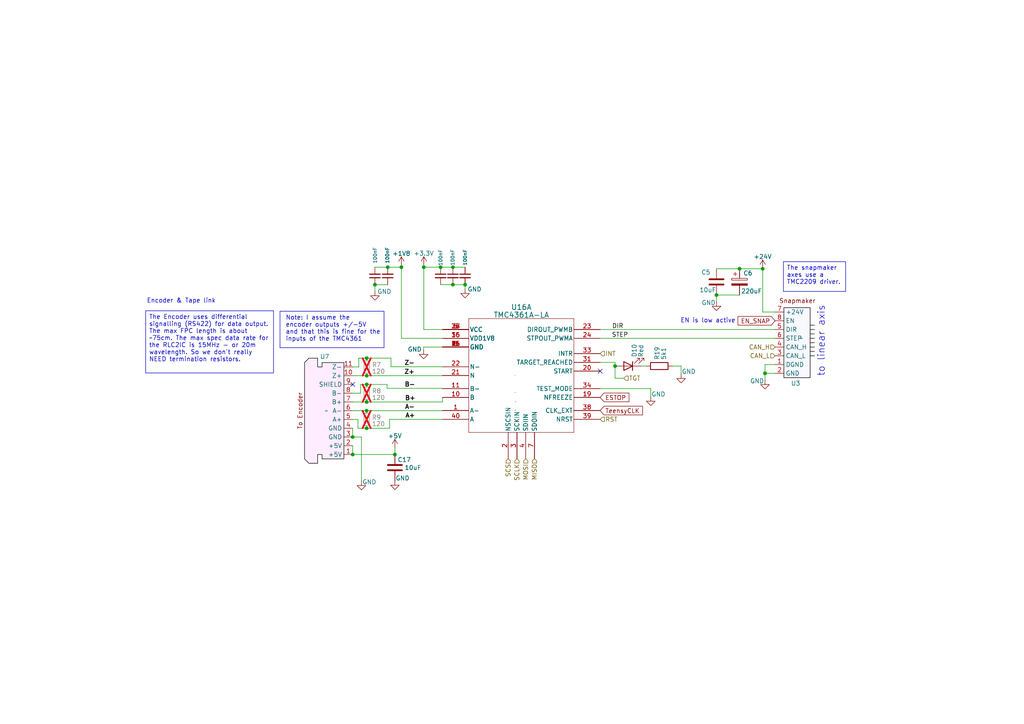
<source format=kicad_sch>
(kicad_sch (version 20230121) (generator eeschema)
  (paper "A4")
  (lib_symbols
    (symbol "Device:C" (pin_numbers hide) (pin_names (offset 0.254))
      (property "Reference" "C" (at 0.635 2.54 0))
      (property "Value" "C" (at 0.635 -2.54 0))
      (symbol "C_0_1"
        (polyline (pts (xy -2.032 -0.762) (xy 2.032 -0.762)) (stroke (width 0.508)))
        (polyline (pts (xy -2.032 0.762) (xy 2.032 0.762)) (stroke (width 0.508)))
      )
      (symbol "C_1_1"
        (pin passive line (at 0 3.81 270) (length 2.794) (name "~") (number "1"))
        (pin passive line (at 0 -3.81 90) (length 2.794) (name "~") (number "2"))
      )
    )
    (symbol "Device:C_Polarized" (pin_numbers hide) (pin_names (offset 0.254))
      (property "Reference" "C" (at 0.635 2.54 0))
      (property "Value" "C_Polarized" (at 0.635 -2.54 0))
      (symbol "C_Polarized_0_1"
        (rectangle (start -2.286 0.508) (end 2.286 1.016))
        (polyline (pts (xy -1.778 2.286) (xy -0.762 2.286)))
        (polyline (pts (xy -1.27 2.794) (xy -1.27 1.778)))
        (rectangle (start 2.286 -0.508) (end -2.286 -1.016) (fill (type outline)))
      )
      (symbol "C_Polarized_1_1"
        (pin passive line (at 0 3.81 270) (length 2.794) (name "~") (number "1"))
        (pin passive line (at 0 -3.81 90) (length 2.794) (name "~") (number "2"))
      )
    )
    (symbol "Device:C_Small" (pin_numbers hide) (pin_names (offset 0.254) hide)
      (property "Reference" "C" (at 0.254 1.778 0))
      (property "Value" "C_Small" (at 0.254 -2.032 0))
      (symbol "C_Small_0_1"
        (polyline (pts (xy -1.524 -0.508) (xy 1.524 -0.508)) (stroke (width 0.3302)))
        (polyline (pts (xy -1.524 0.508) (xy 1.524 0.508)) (stroke (width 0.3048)))
      )
      (symbol "C_Small_1_1"
        (pin passive line (at 0 2.54 270) (length 2.032) (name "~") (number "1"))
        (pin passive line (at 0 -2.54 90) (length 2.032) (name "~") (number "2"))
      )
    )
    (symbol "Device:LED" (pin_numbers hide) (pin_names (offset 1.016) hide)
      (property "Reference" "D" (at 0 2.54 0))
      (property "Value" "LED" (at 0 -2.54 0))
      (symbol "LED_0_1"
        (polyline (pts (xy -1.27 -1.27) (xy -1.27 1.27)) (stroke (width 0.254)))
        (polyline (pts (xy -1.27 0) (xy 1.27 0)))
        (polyline (pts (xy 1.27 -1.27) (xy 1.27 1.27) (xy -1.27 0) (xy 1.27 -1.27)) (stroke (width 0.254)))
        (polyline (pts (xy -3.048 -0.762) (xy -4.572 -2.286) (xy -3.81 -2.286) (xy -4.572 -2.286) (xy -4.572 -1.524)))
        (polyline (pts (xy -1.778 -0.762) (xy -3.302 -2.286) (xy -2.54 -2.286) (xy -3.302 -2.286) (xy -3.302 -1.524)))
      )
      (symbol "LED_1_1"
        (pin passive line (at -3.81 0 0) (length 2.54) (name "K") (number "1"))
        (pin passive line (at 3.81 0 180) (length 2.54) (name "A") (number "2"))
      )
    )
    (symbol "Device:R" (pin_numbers hide) (pin_names (offset 0))
      (property "Reference" "R" (at 2.032 0 90))
      (property "Value" "R" (at 0 0 90))
      (symbol "R_0_1"
        (rectangle (start -1.016 -2.54) (end 1.016 2.54) (stroke (width 0.254)))
      )
      (symbol "R_1_1"
        (pin passive line (at 0 3.81 270) (length 1.27) (name "~") (number "1"))
        (pin passive line (at 0 -3.81 90) (length 1.27) (name "~") (number "2"))
      )
    )
    (symbol "Device:R_Small" (pin_numbers hide) (pin_names (offset 0.254) hide)
      (property "Reference" "R" (at 0.762 0.508 0))
      (property "Value" "R_Small" (at 0.762 -1.016 0))
      (symbol "R_Small_0_1"
        (rectangle (start -0.762 1.778) (end 0.762 -1.778) (stroke (width 0.2032)))
      )
      (symbol "R_Small_1_1"
        (pin passive line (at 0 2.54 270) (length 0.762) (name "~") (number "1"))
        (pin passive line (at 0 -2.54 90) (length 0.762) (name "~") (number "2"))
      )
    )
    (symbol "GND_1" (power) (pin_numbers hide) (pin_names (offset 0) hide)
      (property "Value" "GND_1" (at 0 -3.81 0))
      (symbol "GND_1_0_1"
        (polyline (pts (xy 0 0) (xy 0 -1.27) (xy 1.27 -1.27) (xy 0 -2.54) (xy -1.27 -1.27) (xy 0 -1.27)))
      )
      (symbol "GND_1_1_1"
        (pin power_in line (at 0 0 270) (length 0) hide (name "GND") (number "1"))
      )
    )
    (symbol "GND_2" (power) (pin_numbers hide) (pin_names (offset 0) hide)
      (property "Value" "GND_2" (at 0 -3.81 0))
      (symbol "GND_2_0_1"
        (polyline (pts (xy 0 0) (xy 0 -1.27) (xy 1.27 -1.27) (xy 0 -2.54) (xy -1.27 -1.27) (xy 0 -1.27)))
      )
      (symbol "GND_2_1_1"
        (pin power_in line (at 0 0 270) (length 0) hide (name "GND") (number "1"))
      )
    )
    (symbol "GND_3" (power) (pin_numbers hide) (pin_names (offset 0) hide)
      (property "Value" "GND_3" (at 0 -3.81 0))
      (symbol "GND_3_0_1"
        (polyline (pts (xy 0 0) (xy 0 -1.27) (xy 1.27 -1.27) (xy 0 -2.54) (xy -1.27 -1.27) (xy 0 -1.27)))
      )
      (symbol "GND_3_1_1"
        (pin power_in line (at 0 0 270) (length 0) hide (name "GND") (number "1"))
      )
    )
    (symbol "GND_4" (power) (pin_numbers hide) (pin_names (offset 0) hide)
      (property "Value" "GND_4" (at 0 -3.81 0))
      (symbol "GND_4_0_1"
        (polyline (pts (xy 0 0) (xy 0 -1.27) (xy 1.27 -1.27) (xy 0 -2.54) (xy -1.27 -1.27) (xy 0 -1.27)))
      )
      (symbol "GND_4_1_1"
        (pin power_in line (at 0 0 270) (length 0) hide (name "GND") (number "1"))
      )
    )
    (symbol "GND_5" (power) (pin_numbers hide) (pin_names (offset 0) hide)
      (property "Value" "GND_5" (at 0 -3.81 0))
      (symbol "GND_5_0_1"
        (polyline (pts (xy 0 0) (xy 0 -1.27) (xy 1.27 -1.27) (xy 0 -2.54) (xy -1.27 -1.27) (xy 0 -1.27)))
      )
      (symbol "GND_5_1_1"
        (pin power_in line (at 0 0 270) (length 0) hide (name "GND") (number "1"))
      )
    )
    (symbol "medjed-mainboard:Molex_52745-1197"
      (property "Reference" "U" (at 0 0 0))
      (symbol "Molex_52745-1197_1_1"
        (polyline (pts (xy -5.08 13.97) (xy -5.08 -13.97) (xy 1.27 -13.97) (xy 1.27 -12.7) (xy 2.54 -12.7) (xy 2.54 -15.24) (xy 5.08 -15.24) (xy 6.35 -13.97) (xy 6.35 13.97) (xy 5.08 15.24) (xy 2.54 15.24) (xy 2.54 12.7) (xy 1.27 12.7) (xy 1.27 13.97) (xy -5.08 13.97)) (stroke (width 0) (color 0 0 0 1)) (fill (type color) (color 255 202 251 0.37)))
        (text "To Encoder" (at 7.62 0 900) (effects (font (size 1.27 1.27))))
        (pin input line (at -7.62 12.7 0) (length 2.54) (name "+5V") (number "1"))
        (pin input line (at -7.62 -10.16 0) (length 2.54) (name "Z+") (number "10"))
        (pin input line (at -7.62 -12.7 0) (length 2.54) (name "Z-") (number "11"))
        (pin input line (at -7.62 10.16 0) (length 2.54) (name "+5V") (number "2"))
        (pin input line (at -7.62 7.62 0) (length 2.54) (name "GND") (number "3"))
        (pin input line (at -7.62 5.08 0) (length 2.54) (name "GND") (number "4"))
        (pin input line (at -7.62 2.54 0) (length 2.54) (name "A+") (number "5"))
        (pin input line (at -7.62 0 0) (length 2.54) (name "A-") (number "6"))
        (pin input line (at -7.62 -2.54 0) (length 2.54) (name "B+") (number "7"))
        (pin input line (at -7.62 -5.08 0) (length 2.54) (name "B-") (number "8"))
        (pin input line (at -7.62 -7.62 0) (length 2.54) (name "SHIELD") (number "9"))
      )
    )
    (symbol "medjed-mainboard:Snapmaker_8-pin"
      (property "Reference" "U" (at -1.27 10.16 0))
      (symbol "Snapmaker_8-pin_1_1"
        (rectangle (start -5.08 8.89) (end 2.54 -11.43) (stroke (width 0) (color 0 0 0 1)) (fill (type color) (color 90 79 255 0.04)))
        (polyline (pts (xy 2.54 -5.08) (xy 3.81 -5.08)) (stroke (width 0) (color 0 0 0 1)))
        (polyline (pts (xy 2.54 -3.81) (xy 3.81 -3.81)) (stroke (width 0) (color 0 0 0 1)))
        (polyline (pts (xy 2.54 -2.54) (xy 3.81 -2.54)) (stroke (width 0) (color 0 0 0 1)))
        (polyline (pts (xy 2.54 -1.27) (xy 3.81 -1.27)) (stroke (width 0) (color 0 0 0 1)))
        (polyline (pts (xy 2.54 0) (xy 3.81 0)) (stroke (width 0) (color 0 0 0 1)))
        (polyline (pts (xy 2.54 1.27) (xy 3.81 1.27)) (stroke (width 0) (color 0 0 0 1)))
        (polyline (pts (xy 2.54 2.54) (xy 3.81 2.54)) (stroke (width 0) (color 0 0 0 1)))
        (polyline (pts (xy 2.54 3.81) (xy 3.81 3.81)) (stroke (width 0) (color 0 0 0 1)))
        (text "Snapmaker" (at -1.1474 10.8745 0) (effects (font (size 1.27 1.27))))
        (pin input line (at -7.62 -7.62 0) (length 2.54) (name "DGND") (number "1"))
        (pin input line (at -7.62 -10.16 0) (length 2.54) (name "GND") (number "2"))
        (pin input line (at -7.62 -5.08 0) (length 2.54) (name "CAN_L") (number "3"))
        (pin input line (at -7.62 -2.54 0) (length 2.54) (name "CAN_H") (number "4"))
        (pin input line (at -7.62 2.54 0) (length 2.54) (name "DIR") (number "5"))
        (pin input line (at -7.62 0 0) (length 2.54) (name "STEP") (number "6"))
        (pin input line (at -7.62 7.62 0) (length 2.54) (name "+24V") (number "7"))
        (pin input line (at -7.62 5.08 0) (length 2.54) (name "EN") (number "8"))
      )
    )
    (symbol "medjed-mainboard:TMC4361A-LA" (pin_names (offset 0.254))
      (property "Reference" "U" (at 43.18 8.89 0))
      (property "Value" "TMC4361A-LA" (at 43.18 6.35 0))
      (symbol "TMC4361A-LA_1_1"
        (polyline (pts (xy 27.94 -27.94) (xy 58.42 -27.94)) (stroke (width 0.127)))
        (polyline (pts (xy 27.94 5.08) (xy 27.94 -27.94)) (stroke (width 0.127)))
        (polyline (pts (xy 58.42 -27.94) (xy 58.42 5.08)) (stroke (width 0.127)))
        (polyline (pts (xy 58.42 5.08) (xy 27.94 5.08)) (stroke (width 0.127)))
        (pin bidirectional line (at 20.32 -21.59 0) (length 7.62) (name "A-") (number "1"))
        (pin input line (at 20.32 -17.78 0) (length 7.62) (name "B") (number "10"))
        (pin input line (at 20.32 -15.24 0) (length 7.62) (name "B-") (number "11"))
        (pin power_in line (at 20.32 -3.175 0) (length 7.62) (name "GND") (number "15"))
        (pin power_in line (at 20.32 -0.635 0) (length 7.62) (name "VDD1V8") (number "16"))
        (pin input line (at 66.04 -17.78 180) (length 7.62) (name "NFREEZE") (number "19"))
        (pin input line (at 39.37 -35.56 90) (length 7.62) (name "NSCSIN") (number "2"))
        (pin bidirectional line (at 66.04 -10.16 180) (length 7.62) (name "START") (number "20"))
        (pin input line (at 20.32 -11.43 0) (length 7.62) (name "N") (number "21"))
        (pin input line (at 20.32 -8.89 0) (length 7.62) (name "N-") (number "22"))
        (pin output line (at 66.04 1.905 180) (length 7.62) (name "DIROUT_PWMB") (number "23"))
        (pin output line (at 66.04 -0.635 180) (length 7.62) (name "STPOUT_PWMA") (number "24"))
        (pin power_in line (at 20.32 -3.175 0) (length 7.62) (name "GND") (number "25"))
        (pin power_in line (at 20.32 1.905 0) (length 7.62) (name "VCC") (number "26"))
        (pin input line (at 41.91 -35.56 90) (length 7.62) (name "SCKIN") (number "3"))
        (pin output line (at 66.04 -7.62 180) (length 7.62) (name "TARGET_REACHED") (number "31"))
        (pin output line (at 66.04 -5.08 180) (length 7.62) (name "INTR") (number "33"))
        (pin input line (at 66.04 -15.24 180) (length 7.62) (name "TEST_MODE") (number "34"))
        (pin power_in line (at 20.32 -0.635 0) (length 7.62) (name "VDD1V8") (number "35"))
        (pin power_in line (at 20.32 -3.175 0) (length 7.62) (name "GND") (number "36"))
        (pin power_in line (at 20.32 1.905 0) (length 7.62) (name "VCC") (number "37"))
        (pin input line (at 66.04 -21.59 180) (length 7.62) (name "CLK_EXT") (number "38"))
        (pin input line (at 66.04 -24.13 180) (length 7.62) (name "NRST") (number "39"))
        (pin input line (at 44.45 -35.56 90) (length 7.62) (name "SDIIN") (number "4"))
        (pin bidirectional line (at 20.32 -24.13 0) (length 7.62) (name "A") (number "40"))
        (pin power_in line (at 20.32 -3.175 0) (length 7.62) (name "GND") (number "41"))
        (pin power_in line (at 20.32 1.905 0) (length 7.62) (name "VCC") (number "5"))
        (pin power_in line (at 20.32 -3.175 0) (length 7.62) (name "GND") (number "6"))
        (pin output line (at 46.99 -35.56 90) (length 7.62) (name "SDOIN") (number "7"))
      )
      (symbol "TMC4361A-LA_2_1"
        (rectangle (start 34.29 1.27) (end 74.93 -15.24))
        (pin no_connect line (at 57.15 -22.86 90) (length 7.62) (name "ANEG_NSCLK") (number "1"))
        (pin no_connect line (at 59.69 -22.86 90) (length 7.62) (name "BNEG_NSDI") (number "11"))
        (pin no_connect line (at 44.45 -22.86 90) (length 7.62) (name "STOPL") (number "12"))
        (pin no_connect line (at 64.77 -22.86 90) (length 7.62) (name "HOME_REF") (number "13"))
        (pin no_connect line (at 41.91 -22.86 90) (length 7.62) (name "STOPR") (number "14"))
        (pin no_connect line (at 72.39 -22.86 90) (length 7.62) (name "STPIN") (number "17"))
        (pin no_connect line (at 69.85 -22.86 90) (length 7.62) (name "DIRIN") (number "18"))
        (pin no_connect line (at 62.23 -22.86 90) (length 7.62) (name "NNEG") (number "22"))
        (pin no_connect line (at 54.61 -22.86 90) (length 7.62) (name "SDODRV_SCLK") (number "27"))
        (pin no_connect line (at 52.07 -22.86 90) (length 7.62) (name "SDIDRV_NSCLK") (number "28"))
        (pin no_connect line (at 46.99 -22.86 90) (length 7.62) (name "SCKDRV_NSDO") (number "29"))
        (pin no_connect line (at 49.53 -22.86 90) (length 7.62) (name "NSCSDRV_SDO") (number "30"))
        (pin no_connect line (at 67.31 -22.86 90) (length 7.62) (name "STDBY_CLK") (number "32"))
        (pin no_connect line (at 39.37 -22.86 90) (length 7.62) (name "MP1") (number "8"))
        (pin no_connect line (at 36.83 -22.86 90) (length 7.62) (name "MP2") (number "9"))
      )
    )
    (symbol "power:+1V8" (power) (pin_numbers hide) (pin_names (offset 0) hide)
      (property "Value" "+1V8" (at 0 3.556 0))
      (symbol "+1V8_0_1"
        (polyline (pts (xy -0.762 1.27) (xy 0 2.54)))
        (polyline (pts (xy 0 0) (xy 0 2.54)))
        (polyline (pts (xy 0 2.54) (xy 0.762 1.27)))
      )
      (symbol "+1V8_1_1"
        (pin power_in line (at 0 0 90) (length 0) hide (name "+1V8") (number "1"))
      )
    )
    (symbol "power:+24V" (power) (pin_numbers hide) (pin_names (offset 0) hide)
      (property "Value" "+24V" (at 0 3.556 0))
      (symbol "+24V_0_1"
        (polyline (pts (xy -0.762 1.27) (xy 0 2.54)))
        (polyline (pts (xy 0 0) (xy 0 2.54)))
        (polyline (pts (xy 0 2.54) (xy 0.762 1.27)))
      )
      (symbol "+24V_1_1"
        (pin power_in line (at 0 0 90) (length 0) hide (name "+24V") (number "1"))
      )
    )
    (symbol "power:+3.3V" (power) (pin_numbers hide) (pin_names (offset 0) hide)
      (property "Value" "+3.3V" (at 0 3.556 0))
      (symbol "+3.3V_0_1"
        (polyline (pts (xy -0.762 1.27) (xy 0 2.54)))
        (polyline (pts (xy 0 0) (xy 0 2.54)))
        (polyline (pts (xy 0 2.54) (xy 0.762 1.27)))
      )
      (symbol "+3.3V_1_1"
        (pin power_in line (at 0 0 90) (length 0) hide (name "+3.3V") (number "1"))
      )
    )
    (symbol "power:+5V" (power) (pin_numbers hide) (pin_names (offset 0) hide)
      (property "Value" "+5V" (at 0 3.556 0))
      (symbol "+5V_0_1"
        (polyline (pts (xy -0.762 1.27) (xy 0 2.54)))
        (polyline (pts (xy 0 0) (xy 0 2.54)))
        (polyline (pts (xy 0 2.54) (xy 0.762 1.27)))
      )
      (symbol "+5V_1_1"
        (pin power_in line (at 0 0 90) (length 0) hide (name "+5V") (number "1"))
      )
    )
  )
  (junction (at 127.7966 77.4954))
  (junction (at 106.359 108.966))
  (junction (at 106.3403 119.126))
  (junction (at 221.8782 108.2802))
  (junction (at 106.3403 124.206))
  (junction (at 102.295 131.826))
  (junction (at 106.359 103.886))
  (junction (at 106.359 116.586))
  (junction (at 112.455 77.4954))
  (junction (at 102.295 126.746))
  (junction (at 114.5378 131.826))
  (junction (at 131.3648 82.5754))
  (junction (at 221.2178 77.9526))
  (junction (at 108.7466 82.5754))
  (junction (at 178.3934 106.172))
  (junction (at 131.3648 77.4954))
  (junction (at 122.9198 77.4954))
  (junction (at 214.5011 77.9526))
  (junction (at 207.8066 85.5726))
  (junction (at 116.4174 77.4954))
  (junction (at 134.8925 82.5754))
  (junction (at 106.359 111.506))
  (no_connect (at 174.0754 107.6452))
  (no_connect (at 102.295 111.506))
  (wire (pts (xy 102.295 126.746) (xy 104.835 126.746)))
  (wire (pts (xy 174.0754 95.5802) (xy 224.8142 95.5802)))
  (wire (pts (xy 134.8925 77.4954) (xy 131.3648 77.4954)))
  (wire (pts (xy 102.295 131.826) (xy 114.5378 131.826)))
  (wire (pts (xy 131.3648 77.4954) (xy 127.7966 77.4954)))
  (wire (pts (xy 197.545 106.172) (xy 197.545 108.5088)))
  (wire (pts (xy 221.8782 108.2802) (xy 221.8782 110.2614)))
  (wire (pts (xy 207.8066 85.5726) (xy 214.5011 85.5726)))
  (wire (pts (xy 134.8925 82.5754) (xy 134.8925 83.8454)))
  (wire (pts (xy 221.8782 105.7402) (xy 221.8782 108.2802)))
  (wire (pts (xy 128.3554 116.586) (xy 128.3554 115.2652)))
  (wire (pts (xy 102.295 119.126) (xy 106.3403 119.126)))
  (wire (pts (xy 113.404 103.886) (xy 113.404 106.3752)))
  (wire (pts (xy 122.869 100.6602) (xy 122.869 101.5238)))
  (wire (pts (xy 106.3403 119.126) (xy 128.3554 119.126)))
  (wire (pts (xy 106.3403 124.206) (xy 112.9937 124.206)))
  (wire (pts (xy 224.8142 108.2802) (xy 221.8782 108.2802)))
  (wire (pts (xy 108.7466 77.4954) (xy 112.455 77.4954)))
  (wire (pts (xy 116.4174 98.1202) (xy 128.3554 98.1202)))
  (wire (pts (xy 149.4536 113.8428) (xy 149.4536 113.7412)))
  (wire (pts (xy 106.359 111.506) (xy 112.268 111.506)))
  (wire (pts (xy 149.4536 116.586) (xy 149.4536 116.4336)))
  (wire (pts (xy 102.295 116.586) (xy 106.359 116.586)))
  (wire (pts (xy 149.4536 119.126) (xy 149.4536 118.9228)))
  (wire (pts (xy 113.404 106.3752) (xy 128.3554 106.3752)))
  (wire (pts (xy 178.3934 105.1052) (xy 178.3934 106.172)))
  (wire (pts (xy 114.5378 129.9464) (xy 114.5378 131.826)))
  (wire (pts (xy 102.295 108.966) (xy 106.359 108.966)))
  (wire (pts (xy 128.3554 112.6283) (xy 128.3554 112.7252)))
  (wire (pts (xy 112.9937 121.6152) (xy 128.3554 121.6152)))
  (wire (pts (xy 128.3554 108.966) (xy 128.3554 108.9152)))
  (wire (pts (xy 106.359 103.886) (xy 113.404 103.886)))
  (wire (pts (xy 149.4536 108.966) (xy 149.4536 108.9152)))
  (wire (pts (xy 207.8066 85.5726) (xy 207.8066 87.5538)))
  (wire (pts (xy 104.0666 103.886) (xy 106.359 103.886)))
  (wire (pts (xy 103.8249 124.206) (xy 106.3403 124.206)))
  (wire (pts (xy 128.3554 119.126) (xy 128.3554 119.0752)))
  (wire (pts (xy 174.0754 98.1202) (xy 224.8142 98.1202)))
  (wire (pts (xy 104.835 126.746) (xy 104.835 139.5476)))
  (wire (pts (xy 112.268 112.6283) (xy 128.3554 112.6283)))
  (wire (pts (xy 116.4174 98.1202) (xy 116.4174 77.4954)))
  (wire (pts (xy 221.2178 77.9526) (xy 221.2178 90.5002)))
  (wire (pts (xy 102.295 121.666) (xy 103.8249 121.666)))
  (wire (pts (xy 122.9198 76.9874) (xy 122.9198 77.4954)))
  (wire (pts (xy 102.295 114.046) (xy 104.581 114.046)))
  (wire (pts (xy 102.295 124.206) (xy 102.295 126.746)))
  (wire (pts (xy 108.7466 82.5754) (xy 112.455 82.5754)))
  (wire (pts (xy 106.359 116.586) (xy 128.3554 116.586)))
  (wire (pts (xy 131.3648 82.5754) (xy 134.8925 82.5754)))
  (wire (pts (xy 102.295 106.426) (xy 104.0666 106.426)))
  (wire (pts (xy 127.7966 82.5754) (xy 131.3648 82.5754)))
  (wire (pts (xy 112.455 77.4954) (xy 116.4174 77.4954)))
  (wire (pts (xy 178.3934 109.7026) (xy 180.9334 109.7026)))
  (wire (pts (xy 102.295 129.286) (xy 102.295 131.826)))
  (wire (pts (xy 188.7058 112.7252) (xy 174.0754 112.7252)))
  (wire (pts (xy 116.4174 77.4954) (xy 116.4174 77.0382)))
  (wire (pts (xy 112.9937 124.206) (xy 112.9937 121.6152)))
  (wire (pts (xy 178.3934 106.172) (xy 178.3934 109.7026)))
  (wire (pts (xy 186.0134 106.172) (xy 187.4104 106.172)))
  (wire (pts (xy 122.9198 95.5802) (xy 128.3554 95.5802)))
  (wire (pts (xy 221.8782 105.7402) (xy 224.8142 105.7402)))
  (wire (pts (xy 112.268 111.506) (xy 112.268 112.6283)))
  (wire (pts (xy 104.581 111.506) (xy 106.359 111.506)))
  (wire (pts (xy 103.8249 121.666) (xy 103.8249 124.206)))
  (wire (pts (xy 104.581 114.046) (xy 104.581 111.506)))
  (wire (pts (xy 195.0304 106.172) (xy 197.545 106.172)))
  (wire (pts (xy 127.7966 77.4954) (xy 122.9198 77.4954)))
  (wire (pts (xy 122.9198 77.4954) (xy 122.9198 95.5802)))
  (wire (pts (xy 188.7058 112.6998) (xy 188.7566 112.6998)))
  (wire (pts (xy 221.2178 90.5002) (xy 224.8142 90.5002)))
  (wire (pts (xy 188.7058 112.6998) (xy 188.7058 112.7252)))
  (wire (pts (xy 108.7466 82.5754) (xy 108.7466 84.5058)))
  (wire (pts (xy 214.5011 77.9526) (xy 221.2178 77.9526)))
  (wire (pts (xy 188.7566 112.6998) (xy 188.7566 115.0874)))
  (wire (pts (xy 207.8066 77.9526) (xy 214.5011 77.9526)))
  (wire (pts (xy 104.0666 106.426) (xy 104.0666 103.886)))
  (wire (pts (xy 174.0754 105.1052) (xy 178.3934 105.1052)))
  (wire (pts (xy 106.359 108.966) (xy 128.3554 108.966)))
  (wire (pts (xy 128.3554 100.6602) (xy 122.869 100.6602)))
  (rectangle (start 81.213 90.2716) (end 111.3882 100.838))
  (text_box "The snapmaker axes use a TMC2209 driver.\n" (at 227.2272 75.8952 0) (size 18.034 8.636) (effects (font (size 1.27 1.27)) (justify left top)))
  (text_box "The Encoder uses differential signalling (RS422) for data output. The max FPC length is about ~75cm. The max spec data rate for the RLC2IC is 15MHz - or 20m wavelength. So we don't really NEED termination resistors. \n" (at 42.2494 90.1446 0) (size 37.084 18.034) (effects (font (size 1.27 1.27)) (justify left top)))
  (text "EN is low active" (at 197.358 93.8276 0) (effects (font (size 1.27 1.27)) (justify left bottom)))
  (text "Encoder & Tape link" (at 42.5542 88.0872 0) (effects (font (size 1.27 1.27)) (justify left bottom)))
  (text "Note: I assume the\nencoder outputs +/-5V\nand that this is fine for the \ninputs of the TMC4361\n" (at 82.8386 99.1616 0) (effects (font (size 1.27 1.27)) (justify left bottom)))
  (text "to linear axis\n" (at 239.3534 109.347 90) (effects (font (size 2 2)) (justify left bottom)))
  (label "B+" (at 117.392 116.586 0) (effects (font bold)))
  (label "B-" (at 117.2916 112.6283 0) (effects (font bold)))
  (label "A-" (at 117.3637 119.126 0) (effects (font bold)))
  (label "Z+" (at 117.1927 108.966 0) (effects (font bold)))
  (label "STEP" (at 177.4215 98.1202 0))
  (label "DIR" (at 177.508 95.5802 0))
  (label "Z-" (at 117.221 106.3752 0) (effects (font bold)))
  (label "A+" (at 117.4768 121.6152 0) (effects (font bold)))
  (global_label "ESTOP" (shape input) (at 174.0754 115.2652 0) (property "Intersheetrefs" "${INTERSHEET_REFS}" (effects hide)))
  (global_label "TeensyCLK" (shape input) (at 174.0754 119.0752 0) (property "Intersheetrefs" "${INTERSHEET_REFS}" (effects hide)))
  (global_label "EN_SNAP" (shape input) (at 224.8142 93.0402 180) (property "Intersheetrefs" "${INTERSHEET_REFS}" (effects hide)))
  (hierarchical_label "TGT" (shape input) (at 180.9334 109.7026 0))
  (hierarchical_label "MOSI" (shape input) (at 152.4854 133.0452 270))
  (hierarchical_label "SCLK" (shape input) (at 149.9454 133.0452 270))
  (hierarchical_label "CAN_H" (shape input) (at 224.8142 100.6602 180))
  (hierarchical_label "CAN_L" (shape input) (at 224.8142 103.2002 180))
  (hierarchical_label "MISO" (shape input) (at 155.0254 133.0452 270))
  (hierarchical_label "INT" (shape input) (at 174.0754 102.5652 0))
  (hierarchical_label "RST" (shape input) (at 174.0754 121.6152 0))
  (hierarchical_label "SCS" (shape input) (at 147.4054 133.0452 270))
  (symbol (lib_id "medjed-mainboard:Molex_52745-1197") (at 94.675 119.126 180) (unit 1)
    (property "Reference" "U7" (at 92.7954 103.4288 0) (effects (justify right)))
    (property "Value" "~" (at 94.675 119.126 0))
    (property "Footprint" "medjed-mainboard:Molex 52745-1197" (effects hide))
    (property "Datasheet" "https://www.molex.com/webdocs/datasheets/pdf/en-us/0527451197_FFC_FPC_CONNECTORS.pdf" (effects hide))
    (property "Mouser" "538-52745-1197" (effects hide))
    (instances (project "medjed-mainboard" (path "" (reference "U7") (unit 1)) (path "" (reference "U19") (unit 1)) (path "" (reference "U2") (unit 1)) (path "" (reference "U6") (unit 1))))
  )
  (symbol (lib_id "Device:C_Small") (at 112.455 80.0354 180) (unit 1)
    (property "Reference" "C38" (effects hide))
    (property "Value" "100nF" (at 112.3545 74.041 90) (effects (font (size 1 1))))
    (property "Footprint" "Capacitor_SMD:C_0603_1608Metric" (effects hide))
    (property "Datasheet" "https://product.tdk.com/system/files/dam/doc/product/capacitor/ceramic/mlcc/catalog/mlcc_automotive_epoxy_en.pdf" (effects hide))
    (property "Mouser" "810-C1608X7R1H104KEP" (effects hide))
    (instances (project "medjed-mainboard" (path "" (reference "C38") (unit 1)) (path "" (reference "C44") (unit 1)) (path "" (reference "C4") (unit 1)) (path "" (reference "C22") (unit 1))))
  )
  (symbol (lib_id "power:+5V") (at 114.5378 129.9464 0) (unit 1)
    (property "Reference" "#PWR026" (effects hide))
    (property "Value" "+5V" (at 114.5378 126.4445 0))
    (instances (project "medjed-mainboard" (path "" (reference "#PWR026") (unit 1)) (path "" (reference "#PWR064") (unit 1)) (path "" (reference "#PWR02") (unit 1)) (path "" (reference "#PWR033") (unit 1))))
  )
  (symbol (lib_name "GND_3") (lib_id "power:GND") (at 108.7466 84.5058 0) (unit 1)
    (property "Reference" "#PWR041" (effects hide))
    (property "Value" "GND" (at 111.4898 84.5566 0))
    (instances (project "medjed-mainboard" (path "" (reference "#PWR041") (unit 1)) (path "" (reference "#PWR067") (unit 1)) (path "" (reference "#PWR07") (unit 1)) (path "" (reference "#PWR038") (unit 1))))
  )
  (symbol (lib_id "medjed-mainboard:Snapmaker_8-pin") (at 232.4342 98.1202 0) (unit 1)
    (property "Reference" "U3" (at 229.3966 111.1758 0) (effects (justify left)))
    (property "Value" "~" (at 232.4342 98.1202 0))
    (property "Footprint" "medjed-mainboard:snapmaker_8-pin" (effects hide))
    (property "Datasheet" "https://www.3djake.com/snapmaker/converter" (effects hide))
    (property "Notes" "Connectors need to be stripped from part above" (effects hide))
    (instances (project "medjed-mainboard" (path "" (reference "U3") (unit 1)) (path "" (reference "U18") (unit 1)) (path "" (reference "U5") (unit 1)) (path "" (reference "U9") (unit 1))))
  )
  (symbol (lib_name "GND_3") (lib_id "power:GND") (at 134.8925 83.8454 0) (unit 1)
    (property "Reference" "#PWR041" (effects hide))
    (property "Value" "GND" (at 137.6357 83.8962 0))
    (instances (project "medjed-mainboard" (path "" (reference "#PWR041") (unit 1)) (path "" (reference "#PWR050") (unit 1)) (path "" (reference "#PWR011") (unit 1)) (path "" (reference "#PWR044") (unit 1))))
  )
  (symbol (lib_id "Device:LED") (at 182.2034 106.172 180) (unit 1)
    (property "Reference" "D10" (at 183.9814 103.632 90) (effects (justify right)))
    (property "Value" "Red" (at 185.9024 103.632 90) (effects (justify right)))
    (property "Footprint" "LED_SMD:LED_0805_2012Metric" (effects hide))
    (property "Datasheet" "https://nl.mouser.com/datasheet/2/445/150080RS75000-3084988.pdf" (effects hide))
    (property "Mouser" "710-150080RS75000" (effects hide))
    (instances (project "medjed-mainboard" (path "" (reference "D10") (unit 1)) (path "" (reference "D6") (unit 1)) (path "" (reference "D5") (unit 1)) (path "" (reference "D7") (unit 1))))
  )
  (symbol (lib_id "Device:C_Polarized") (at 214.5011 81.7626 0) (unit 1)
    (property "Reference" "C6" (at 215.579 79.2226 0) (effects (justify left)))
    (property "Value" "220uF" (at 214.9186 84.455 0) (effects (justify left)))
    (property "Footprint" "medjed-mainboard:CP_Elec_220uf" (effects hide))
    (property "Mouser" "80-EDK227M050A9PAA" (effects hide))
    (instances (project "medjed-mainboard" (path "" (reference "C6") (unit 1)) (path "" (reference "C46") (unit 1)) (path "" (reference "C16") (unit 1)) (path "" (reference "C28") (unit 1))))
  )
  (symbol (lib_id "Device:C_Small") (at 134.8925 80.0354 0) (unit 1)
    (property "Reference" "C34" (effects hide))
    (property "Value" "100nF" (at 134.9086 74.6506 90) (effects (font (size 1 1))))
    (property "Footprint" "Capacitor_SMD:C_0603_1608Metric" (effects hide))
    (property "Datasheet" "https://product.tdk.com/system/files/dam/doc/product/capacitor/ceramic/mlcc/catalog/mlcc_automotive_epoxy_en.pdf" (effects hide))
    (property "Mouser" "810-C1608X7R1H104KEP" (effects hide))
    (instances (project "medjed-mainboard" (path "" (reference "C34") (unit 1)) (path "" (reference "C40") (unit 1)) (path "" (reference "C9") (unit 1)) (path "" (reference "C25") (unit 1))))
  )
  (symbol (lib_name "GND_4") (lib_id "power:GND") (at 104.835 139.5476 0) (unit 1)
    (property "Reference" "#PWR05" (effects hide))
    (property "Value" "GND" (at 107.121 139.8016 0))
    (instances (project "medjed-mainboard" (path "" (reference "#PWR05") (unit 1)) (path "" (reference "#PWR060") (unit 1)) (path "" (reference "#PWR01") (unit 1)) (path "" (reference "#PWR026") (unit 1))))
  )
  (symbol (lib_id "power:+24V") (at 221.2178 77.9526 0) (unit 1)
    (property "Reference" "#PWR023" (effects hide))
    (property "Value" "+24V" (at 221.2178 74.4507 0))
    (instances (project "medjed-mainboard" (path "" (reference "#PWR023") (unit 1)) (path "" (reference "#PWR058") (unit 1)) (path "" (reference "#PWR021") (unit 1)) (path "" (reference "#PWR053") (unit 1))))
  )
  (symbol (lib_id "Device:C_Small") (at 127.7966 80.0354 0) (unit 1)
    (property "Reference" "C36" (effects hide))
    (property "Value" "100nF" (at 127.7966 74.7014 90) (effects (font (size 1 1))))
    (property "Footprint" "Capacitor_SMD:C_0603_1608Metric" (effects hide))
    (property "Datasheet" "https://product.tdk.com/system/files/dam/doc/product/capacitor/ceramic/mlcc/catalog/mlcc_automotive_epoxy_en.pdf" (effects hide))
    (property "Mouser" "810-C1608X7R1H104KEP" (effects hide))
    (instances (project "medjed-mainboard" (path "" (reference "C36") (unit 1)) (path "" (reference "C42") (unit 1)) (path "" (reference "C5") (unit 1)) (path "" (reference "C23") (unit 1))))
  )
  (symbol (lib_name "GND_1") (lib_id "power:GND") (at 207.8066 87.5538 0) (unit 1)
    (property "Reference" "#PWR06" (effects hide))
    (property "Value" "GND" (at 205.5206 87.8078 0))
    (instances (project "medjed-mainboard" (path "" (reference "#PWR06") (unit 1)) (path "" (reference "#PWR066") (unit 1)) (path "" (reference "#PWR020") (unit 1)) (path "" (reference "#PWR046") (unit 1))))
  )
  (symbol (lib_id "Device:R_Small") (at 106.3403 121.666 0) (unit 1) (dnp yes)
    (property "Reference" "R9" (at 107.8389 121.0223 0) (effects (justify left)))
    (property "Value" "120" (at 107.8389 122.9433 0) (effects (justify left)))
    (property "Footprint" "Resistor_SMD:R_0402_1005Metric_Pad0.72x0.64mm_HandSolder" (effects hide))
    (property "Mouser" "667-ERA-2AED121X" (effects hide))
    (instances (project "medjed-mainboard" (path "" (reference "R9") (unit 1)) (path "" (reference "R20") (unit 1)) (path "" (reference "R3") (unit 1)) (path "" (reference "R7") (unit 1))))
  )
  (symbol (lib_id "medjed-mainboard:TMC4361A-LA") (at 108.0354 97.4852 0) (unit 1)
    (property "Reference" "U16" (at 151.2154 89.0856 0) (effects (font (size 1.524 1.524))))
    (property "Value" "TMC4361A-LA" (at 151.2154 91.3398 0) (effects (font (size 1.524 1.524))))
    (property "Footprint" "medjed-mainboard:TMC4361A_QFN40_6X6_TRI" (effects hide))
    (property "Datasheet" "TMC4361A-LA" (effects hide))
    (property "Mouser" "700-TMC4361A-LA-T" (effects hide))
    (instances (project "medjed-mainboard" (path "" (reference "U16") (unit 1)) (path "" (reference "U17") (unit 1)) (path "" (reference "U4") (unit 1)) (path "" (reference "U8") (unit 1))))
  )
  (symbol (lib_id "power:+1V8") (at 116.4174 77.0382 0) (unit 1)
    (property "Reference" "#PWR054" (effects hide))
    (property "Value" "+1V8" (at 116.4174 73.5363 0))
    (instances (project "medjed-mainboard" (path "" (reference "#PWR054") (unit 1)) (path "" (reference "#PWR052") (unit 1)) (path "" (reference "#PWR08") (unit 1)) (path "" (reference "#PWR039") (unit 1))))
  )
  (symbol (lib_name "GND_3") (lib_id "power:GND") (at 122.869 101.5238 0) (unit 1)
    (property "Reference" "#PWR041" (effects hide))
    (property "Value" "GND" (at 120.2782 101.3206 0))
    (instances (project "medjed-mainboard" (path "" (reference "#PWR041") (unit 1)) (path "" (reference "#PWR068") (unit 1)) (path "" (reference "#PWR09") (unit 1)) (path "" (reference "#PWR040") (unit 1))))
  )
  (symbol (lib_id "Device:C") (at 114.5378 135.636 0) (unit 1)
    (property "Reference" "C17" (at 115.2998 133.35 0) (effects (justify left)))
    (property "Value" "10uF" (at 117.3318 135.636 0) (effects (justify left)))
    (property "Footprint" "Capacitor_SMD:C_0805_2012Metric" (effects hide))
    (property "Mouser" "810-C2012X5R1H106K12" (effects hide))
    (instances (project "medjed-mainboard" (path "" (reference "C17") (unit 1)) (path "" (reference "C47") (unit 1)) (path "" (reference "C1") (unit 1)) (path "" (reference "C17") (unit 1))))
  )
  (symbol (lib_id "power:+3.3V") (at 122.9198 76.9874 0) (unit 1)
    (property "Reference" "#PWR053" (effects hide))
    (property "Value" "+3.3V" (at 122.9198 73.4855 0))
    (instances (project "medjed-mainboard" (path "" (reference "#PWR053") (unit 1)) (path "" (reference "#PWR051") (unit 1)) (path "" (reference "#PWR010") (unit 1)) (path "" (reference "#PWR041") (unit 1))))
  )
  (symbol (lib_id "Device:R_Small") (at 106.359 106.426 0) (unit 1) (dnp yes)
    (property "Reference" "R7" (at 107.8576 105.7823 0) (effects (justify left)))
    (property "Value" "120" (at 107.8576 107.7033 0) (effects (justify left)))
    (property "Footprint" "Resistor_SMD:R_0402_1005Metric_Pad0.72x0.64mm_HandSolder" (effects hide))
    (property "Mouser" "667-ERA-2AED121X" (effects hide))
    (instances (project "medjed-mainboard" (path "" (reference "R7") (unit 1)) (path "" (reference "R17") (unit 1)) (path "" (reference "R1") (unit 1)) (path "" (reference "R5") (unit 1))))
  )
  (symbol (lib_name "GND_5") (lib_id "power:GND") (at 114.5378 139.446 0) (unit 1)
    (property "Reference" "#PWR044" (effects hide))
    (property "Value" "GND" (at 116.7476 138.684 0))
    (instances (project "medjed-mainboard" (path "" (reference "#PWR044") (unit 1)) (path "" (reference "#PWR061") (unit 1)) (path "" (reference "#PWR03") (unit 1)) (path "" (reference "#PWR034") (unit 1))))
  )
  (symbol (lib_id "Device:C_Small") (at 108.7466 80.0354 180) (unit 1)
    (property "Reference" "C37" (effects hide))
    (property "Value" "100nF" (at 108.7974 74.041 90) (effects (font (size 1 1))))
    (property "Footprint" "Capacitor_SMD:C_0603_1608Metric" (effects hide))
    (property "Datasheet" "https://product.tdk.com/system/files/dam/doc/product/capacitor/ceramic/mlcc/catalog/mlcc_automotive_epoxy_en.pdf" (effects hide))
    (property "Mouser" "810-C1608X7R1H104KEP" (effects hide))
    (instances (project "medjed-mainboard" (path "" (reference "C37") (unit 1)) (path "" (reference "C43") (unit 1)) (path "" (reference "C3") (unit 1)) (path "" (reference "C19") (unit 1))))
  )
  (symbol (lib_id "Device:R_Small") (at 106.359 114.046 0) (unit 1) (dnp yes)
    (property "Reference" "R8" (at 107.8576 113.4023 0) (effects (justify left)))
    (property "Value" "120" (at 107.8576 115.3233 0) (effects (justify left)))
    (property "Footprint" "Resistor_SMD:R_0402_1005Metric_Pad0.72x0.64mm_HandSolder" (effects hide))
    (property "Mouser" "667-ERA-2AED121X" (effects hide))
    (instances (project "medjed-mainboard" (path "" (reference "R8") (unit 1)) (path "" (reference "R18") (unit 1)) (path "" (reference "R2") (unit 1)) (path "" (reference "R6") (unit 1))))
  )
  (symbol (lib_id "Device:C") (at 207.8066 81.7626 0) (unit 1)
    (property "Reference" "C5" (at 203.387 78.9686 0) (effects (justify left)))
    (property "Value" "10uF" (at 202.8282 84.0994 0) (effects (justify left)))
    (property "Footprint" "Capacitor_SMD:C_0805_2012Metric" (effects hide))
    (property "Mouser" "810-C2012X5R1H106K12" (effects hide))
    (instances (project "medjed-mainboard" (path "" (reference "C5") (unit 1)) (path "" (reference "C45") (unit 1)) (path "" (reference "C11") (unit 1)) (path "" (reference "C27") (unit 1))))
  )
  (symbol (lib_id "Device:C_Small") (at 131.3648 80.0354 0) (unit 1)
    (property "Reference" "C35" (effects hide))
    (property "Value" "100nF" (at 131.3018 74.6506 90) (effects (font (size 1 1))))
    (property "Footprint" "Capacitor_SMD:C_0603_1608Metric" (effects hide))
    (property "Datasheet" "https://product.tdk.com/system/files/dam/doc/product/capacitor/ceramic/mlcc/catalog/mlcc_automotive_epoxy_en.pdf" (effects hide))
    (property "Mouser" "810-C1608X7R1H104KEP" (effects hide))
    (instances (project "medjed-mainboard" (path "" (reference "C35") (unit 1)) (path "" (reference "C41") (unit 1)) (path "" (reference "C6") (unit 1)) (path "" (reference "C24") (unit 1))))
  )
  (symbol (lib_name "GND_2") (lib_id "power:GND") (at 197.545 108.5088 0) (unit 1)
    (property "Reference" "#PWR055" (effects hide))
    (property "Value" "GND" (at 199.7548 107.7468 0))
    (instances (project "medjed-mainboard" (path "" (reference "#PWR055") (unit 1)) (path "" (reference "#PWR055") (unit 1)) (path "" (reference "#PWR056") (unit 1)) (path "" (reference "#PWR069") (unit 1))))
  )
  (symbol (lib_name "GND_1") (lib_id "power:GND") (at 221.8782 110.2614 0) (unit 1)
    (property "Reference" "#PWR06" (effects hide))
    (property "Value" "GND" (at 219.5922 110.5154 0))
    (instances (project "medjed-mainboard" (path "" (reference "#PWR06") (unit 1)) (path "" (reference "#PWR059") (unit 1)) (path "" (reference "#PWR023") (unit 1)) (path "" (reference "#PWR054") (unit 1))))
  )
  (symbol (lib_name "GND_2") (lib_id "power:GND") (at 188.7566 115.0874 0) (unit 1)
    (property "Reference" "#PWR055" (effects hide))
    (property "Value" "GND" (at 190.9664 114.3254 0))
    (instances (project "medjed-mainboard" (path "" (reference "#PWR055") (unit 1)) (path "" (reference "#PWR057") (unit 1)) (path "" (reference "#PWR019") (unit 1)) (path "" (reference "#PWR045") (unit 1))))
  )
  (symbol (lib_id "Device:R") (at 191.2204 106.172 90) (unit 1)
    (property "Reference" "R19" (at 190.5767 104.394 0) (effects (justify left)))
    (property "Value" "5k1" (at 192.4977 104.394 0) (effects (justify left)))
    (property "Footprint" "Resistor_SMD:R_0603_1608Metric" (effects hide))
    (property "Mouser" "667-ERA-3AED512V" (effects hide))
    (instances (project "medjed-mainboard" (path "" (reference "R19") (unit 1)) (path "" (reference "R16") (unit 1)) (path "" (reference "R4") (unit 1)) (path "" (reference "R8") (unit 1))))
  )
)
</source>
